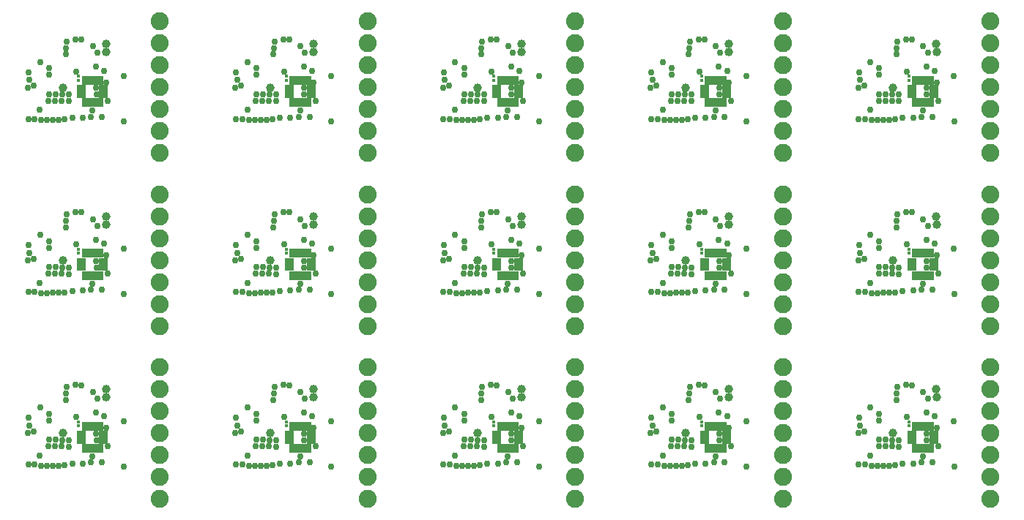
<source format=gbr>
G04 EAGLE Gerber X2 export*
%TF.Part,Single*%
%TF.FileFunction,Soldermask,Bot,1*%
%TF.FilePolarity,Negative*%
%TF.GenerationSoftware,Autodesk,EAGLE,8.7.1*%
%TF.CreationDate,2018-04-12T23:37:32Z*%
G75*
%MOMM*%
%FSLAX34Y34*%
%LPD*%
%AMOC8*
5,1,8,0,0,1.08239X$1,22.5*%
G01*
%ADD10R,0.453200X0.453200*%
%ADD11C,2.082800*%
%ADD12R,0.503200X1.128200*%
%ADD13R,1.003200X0.503200*%
%ADD14C,0.762000*%
%ADD15C,1.008000*%


D10*
X62375Y54163D03*
X62375Y49591D03*
D11*
X156400Y117800D03*
X156400Y92400D03*
X156400Y67000D03*
X156400Y41600D03*
X156400Y16200D03*
X156400Y-9200D03*
X156400Y-34600D03*
D12*
X68586Y49438D03*
X73586Y49438D03*
X78586Y49438D03*
X83586Y49438D03*
X88586Y49438D03*
D13*
X91336Y41563D03*
X91336Y36563D03*
X91336Y31563D03*
D12*
X88586Y23688D03*
X83586Y23688D03*
X78586Y23688D03*
X73586Y23688D03*
X68586Y23688D03*
D13*
X65836Y31563D03*
X65836Y36563D03*
X65836Y41563D03*
D10*
X302375Y54163D03*
X302375Y49591D03*
D11*
X396400Y117800D03*
X396400Y92400D03*
X396400Y67000D03*
X396400Y41600D03*
X396400Y16200D03*
X396400Y-9200D03*
X396400Y-34600D03*
D12*
X308586Y49438D03*
X313586Y49438D03*
X318586Y49438D03*
X323586Y49438D03*
X328586Y49438D03*
D13*
X331336Y41563D03*
X331336Y36563D03*
X331336Y31563D03*
D12*
X328586Y23688D03*
X323586Y23688D03*
X318586Y23688D03*
X313586Y23688D03*
X308586Y23688D03*
D13*
X305836Y31563D03*
X305836Y36563D03*
X305836Y41563D03*
D10*
X542375Y54163D03*
X542375Y49591D03*
D11*
X636400Y117800D03*
X636400Y92400D03*
X636400Y67000D03*
X636400Y41600D03*
X636400Y16200D03*
X636400Y-9200D03*
X636400Y-34600D03*
D12*
X548586Y49438D03*
X553586Y49438D03*
X558586Y49438D03*
X563586Y49438D03*
X568586Y49438D03*
D13*
X571336Y41563D03*
X571336Y36563D03*
X571336Y31563D03*
D12*
X568586Y23688D03*
X563586Y23688D03*
X558586Y23688D03*
X553586Y23688D03*
X548586Y23688D03*
D13*
X545836Y31563D03*
X545836Y36563D03*
X545836Y41563D03*
D10*
X782375Y54163D03*
X782375Y49591D03*
D11*
X876400Y117800D03*
X876400Y92400D03*
X876400Y67000D03*
X876400Y41600D03*
X876400Y16200D03*
X876400Y-9200D03*
X876400Y-34600D03*
D12*
X788586Y49438D03*
X793586Y49438D03*
X798586Y49438D03*
X803586Y49438D03*
X808586Y49438D03*
D13*
X811336Y41563D03*
X811336Y36563D03*
X811336Y31563D03*
D12*
X808586Y23688D03*
X803586Y23688D03*
X798586Y23688D03*
X793586Y23688D03*
X788586Y23688D03*
D13*
X785836Y31563D03*
X785836Y36563D03*
X785836Y41563D03*
D10*
X1022375Y54163D03*
X1022375Y49591D03*
D11*
X1116400Y117800D03*
X1116400Y92400D03*
X1116400Y67000D03*
X1116400Y41600D03*
X1116400Y16200D03*
X1116400Y-9200D03*
X1116400Y-34600D03*
D12*
X1028586Y49438D03*
X1033586Y49438D03*
X1038586Y49438D03*
X1043586Y49438D03*
X1048586Y49438D03*
D13*
X1051336Y41563D03*
X1051336Y36563D03*
X1051336Y31563D03*
D12*
X1048586Y23688D03*
X1043586Y23688D03*
X1038586Y23688D03*
X1033586Y23688D03*
X1028586Y23688D03*
D13*
X1025836Y31563D03*
X1025836Y36563D03*
X1025836Y41563D03*
D10*
X62375Y254163D03*
X62375Y249591D03*
D11*
X156400Y317800D03*
X156400Y292400D03*
X156400Y267000D03*
X156400Y241600D03*
X156400Y216200D03*
X156400Y190800D03*
X156400Y165400D03*
D12*
X68586Y249438D03*
X73586Y249438D03*
X78586Y249438D03*
X83586Y249438D03*
X88586Y249438D03*
D13*
X91336Y241563D03*
X91336Y236563D03*
X91336Y231563D03*
D12*
X88586Y223688D03*
X83586Y223688D03*
X78586Y223688D03*
X73586Y223688D03*
X68586Y223688D03*
D13*
X65836Y231563D03*
X65836Y236563D03*
X65836Y241563D03*
D10*
X302375Y254163D03*
X302375Y249591D03*
D11*
X396400Y317800D03*
X396400Y292400D03*
X396400Y267000D03*
X396400Y241600D03*
X396400Y216200D03*
X396400Y190800D03*
X396400Y165400D03*
D12*
X308586Y249438D03*
X313586Y249438D03*
X318586Y249438D03*
X323586Y249438D03*
X328586Y249438D03*
D13*
X331336Y241563D03*
X331336Y236563D03*
X331336Y231563D03*
D12*
X328586Y223688D03*
X323586Y223688D03*
X318586Y223688D03*
X313586Y223688D03*
X308586Y223688D03*
D13*
X305836Y231563D03*
X305836Y236563D03*
X305836Y241563D03*
D10*
X542375Y254163D03*
X542375Y249591D03*
D11*
X636400Y317800D03*
X636400Y292400D03*
X636400Y267000D03*
X636400Y241600D03*
X636400Y216200D03*
X636400Y190800D03*
X636400Y165400D03*
D12*
X548586Y249438D03*
X553586Y249438D03*
X558586Y249438D03*
X563586Y249438D03*
X568586Y249438D03*
D13*
X571336Y241563D03*
X571336Y236563D03*
X571336Y231563D03*
D12*
X568586Y223688D03*
X563586Y223688D03*
X558586Y223688D03*
X553586Y223688D03*
X548586Y223688D03*
D13*
X545836Y231563D03*
X545836Y236563D03*
X545836Y241563D03*
D10*
X782375Y254163D03*
X782375Y249591D03*
D11*
X876400Y317800D03*
X876400Y292400D03*
X876400Y267000D03*
X876400Y241600D03*
X876400Y216200D03*
X876400Y190800D03*
X876400Y165400D03*
D12*
X788586Y249438D03*
X793586Y249438D03*
X798586Y249438D03*
X803586Y249438D03*
X808586Y249438D03*
D13*
X811336Y241563D03*
X811336Y236563D03*
X811336Y231563D03*
D12*
X808586Y223688D03*
X803586Y223688D03*
X798586Y223688D03*
X793586Y223688D03*
X788586Y223688D03*
D13*
X785836Y231563D03*
X785836Y236563D03*
X785836Y241563D03*
D10*
X1022375Y254163D03*
X1022375Y249591D03*
D11*
X1116400Y317800D03*
X1116400Y292400D03*
X1116400Y267000D03*
X1116400Y241600D03*
X1116400Y216200D03*
X1116400Y190800D03*
X1116400Y165400D03*
D12*
X1028586Y249438D03*
X1033586Y249438D03*
X1038586Y249438D03*
X1043586Y249438D03*
X1048586Y249438D03*
D13*
X1051336Y241563D03*
X1051336Y236563D03*
X1051336Y231563D03*
D12*
X1048586Y223688D03*
X1043586Y223688D03*
X1038586Y223688D03*
X1033586Y223688D03*
X1028586Y223688D03*
D13*
X1025836Y231563D03*
X1025836Y236563D03*
X1025836Y241563D03*
D10*
X62375Y454163D03*
X62375Y449591D03*
D11*
X156400Y517800D03*
X156400Y492400D03*
X156400Y467000D03*
X156400Y441600D03*
X156400Y416200D03*
X156400Y390800D03*
X156400Y365400D03*
D12*
X68586Y449438D03*
X73586Y449438D03*
X78586Y449438D03*
X83586Y449438D03*
X88586Y449438D03*
D13*
X91336Y441563D03*
X91336Y436563D03*
X91336Y431563D03*
D12*
X88586Y423688D03*
X83586Y423688D03*
X78586Y423688D03*
X73586Y423688D03*
X68586Y423688D03*
D13*
X65836Y431563D03*
X65836Y436563D03*
X65836Y441563D03*
D10*
X302375Y454163D03*
X302375Y449591D03*
D11*
X396400Y517800D03*
X396400Y492400D03*
X396400Y467000D03*
X396400Y441600D03*
X396400Y416200D03*
X396400Y390800D03*
X396400Y365400D03*
D12*
X308586Y449438D03*
X313586Y449438D03*
X318586Y449438D03*
X323586Y449438D03*
X328586Y449438D03*
D13*
X331336Y441563D03*
X331336Y436563D03*
X331336Y431563D03*
D12*
X328586Y423688D03*
X323586Y423688D03*
X318586Y423688D03*
X313586Y423688D03*
X308586Y423688D03*
D13*
X305836Y431563D03*
X305836Y436563D03*
X305836Y441563D03*
D10*
X542375Y454163D03*
X542375Y449591D03*
D11*
X636400Y517800D03*
X636400Y492400D03*
X636400Y467000D03*
X636400Y441600D03*
X636400Y416200D03*
X636400Y390800D03*
X636400Y365400D03*
D12*
X548586Y449438D03*
X553586Y449438D03*
X558586Y449438D03*
X563586Y449438D03*
X568586Y449438D03*
D13*
X571336Y441563D03*
X571336Y436563D03*
X571336Y431563D03*
D12*
X568586Y423688D03*
X563586Y423688D03*
X558586Y423688D03*
X553586Y423688D03*
X548586Y423688D03*
D13*
X545836Y431563D03*
X545836Y436563D03*
X545836Y441563D03*
D10*
X782375Y454163D03*
X782375Y449591D03*
D11*
X876400Y517800D03*
X876400Y492400D03*
X876400Y467000D03*
X876400Y441600D03*
X876400Y416200D03*
X876400Y390800D03*
X876400Y365400D03*
D12*
X788586Y449438D03*
X793586Y449438D03*
X798586Y449438D03*
X803586Y449438D03*
X808586Y449438D03*
D13*
X811336Y441563D03*
X811336Y436563D03*
X811336Y431563D03*
D12*
X808586Y423688D03*
X803586Y423688D03*
X798586Y423688D03*
X793586Y423688D03*
X788586Y423688D03*
D13*
X785836Y431563D03*
X785836Y436563D03*
X785836Y441563D03*
D10*
X1022375Y454163D03*
X1022375Y449591D03*
D11*
X1116400Y517800D03*
X1116400Y492400D03*
X1116400Y467000D03*
X1116400Y441600D03*
X1116400Y416200D03*
X1116400Y390800D03*
X1116400Y365400D03*
D12*
X1028586Y449438D03*
X1033586Y449438D03*
X1038586Y449438D03*
X1043586Y449438D03*
X1048586Y449438D03*
D13*
X1051336Y441563D03*
X1051336Y436563D03*
X1051336Y431563D03*
D12*
X1048586Y423688D03*
X1043586Y423688D03*
X1038586Y423688D03*
X1033586Y423688D03*
X1028586Y423688D03*
D13*
X1025836Y431563D03*
X1025836Y436563D03*
X1025836Y441563D03*
D14*
X114300Y54864D03*
X82622Y40749D03*
X94150Y47127D03*
X96192Y25748D03*
X67056Y6096D03*
X82904Y32994D03*
X60000Y60000D03*
X76800Y7200D03*
X27432Y25908D03*
X35052Y25908D03*
X42672Y25908D03*
X39542Y3680D03*
X25826Y3491D03*
X19104Y3524D03*
X47523Y79564D03*
X47971Y86875D03*
X48895Y94447D03*
X4547Y59198D03*
D15*
X43981Y41019D03*
D14*
X3540Y40989D03*
X4155Y4794D03*
X50800Y25400D03*
X50800Y33020D03*
X43180Y33020D03*
X35560Y33500D03*
X27940Y33500D03*
X27940Y63500D03*
X27940Y55880D03*
D15*
X94250Y82682D03*
D14*
X17734Y70905D03*
X46400Y4242D03*
X32684Y3582D03*
D15*
X94000Y92000D03*
D14*
X78637Y14404D03*
X11613Y4900D03*
X17529Y15255D03*
X55000Y6000D03*
X89291Y7213D03*
X114428Y2076D03*
X78740Y88900D03*
X82526Y65278D03*
X10398Y43225D03*
X65834Y96753D03*
X5572Y49951D03*
X58976Y96869D03*
X84151Y81247D03*
X92187Y60921D03*
X354300Y54864D03*
X322622Y40749D03*
X334150Y47127D03*
X336192Y25748D03*
X307056Y6096D03*
X322904Y32994D03*
X300000Y60000D03*
X316800Y7200D03*
X267432Y25908D03*
X275052Y25908D03*
X282672Y25908D03*
X279542Y3680D03*
X265826Y3491D03*
X259104Y3524D03*
X287523Y79564D03*
X287971Y86875D03*
X288895Y94447D03*
X244547Y59198D03*
D15*
X283981Y41019D03*
D14*
X243540Y40989D03*
X244155Y4794D03*
X290800Y25400D03*
X290800Y33020D03*
X283180Y33020D03*
X275560Y33500D03*
X267940Y33500D03*
X267940Y63500D03*
X267940Y55880D03*
D15*
X334250Y82682D03*
D14*
X257734Y70905D03*
X286400Y4242D03*
X272684Y3582D03*
D15*
X334000Y92000D03*
D14*
X318637Y14404D03*
X251613Y4900D03*
X257529Y15255D03*
X295000Y6000D03*
X329291Y7213D03*
X354428Y2076D03*
X318740Y88900D03*
X322526Y65278D03*
X250398Y43225D03*
X305834Y96753D03*
X245572Y49951D03*
X298976Y96869D03*
X324151Y81247D03*
X332187Y60921D03*
X594300Y54864D03*
X562622Y40749D03*
X574150Y47127D03*
X576192Y25748D03*
X547056Y6096D03*
X562904Y32994D03*
X540000Y60000D03*
X556800Y7200D03*
X507432Y25908D03*
X515052Y25908D03*
X522672Y25908D03*
X519542Y3680D03*
X505826Y3491D03*
X499104Y3524D03*
X527523Y79564D03*
X527971Y86875D03*
X528895Y94447D03*
X484547Y59198D03*
D15*
X523981Y41019D03*
D14*
X483540Y40989D03*
X484155Y4794D03*
X530800Y25400D03*
X530800Y33020D03*
X523180Y33020D03*
X515560Y33500D03*
X507940Y33500D03*
X507940Y63500D03*
X507940Y55880D03*
D15*
X574250Y82682D03*
D14*
X497734Y70905D03*
X526400Y4242D03*
X512684Y3582D03*
D15*
X574000Y92000D03*
D14*
X558637Y14404D03*
X491613Y4900D03*
X497529Y15255D03*
X535000Y6000D03*
X569291Y7213D03*
X594428Y2076D03*
X558740Y88900D03*
X562526Y65278D03*
X490398Y43225D03*
X545834Y96753D03*
X485572Y49951D03*
X538976Y96869D03*
X564151Y81247D03*
X572187Y60921D03*
X834300Y54864D03*
X802622Y40749D03*
X814150Y47127D03*
X816192Y25748D03*
X787056Y6096D03*
X802904Y32994D03*
X780000Y60000D03*
X796800Y7200D03*
X747432Y25908D03*
X755052Y25908D03*
X762672Y25908D03*
X759542Y3680D03*
X745826Y3491D03*
X739104Y3524D03*
X767523Y79564D03*
X767971Y86875D03*
X768895Y94447D03*
X724547Y59198D03*
D15*
X763981Y41019D03*
D14*
X723540Y40989D03*
X724155Y4794D03*
X770800Y25400D03*
X770800Y33020D03*
X763180Y33020D03*
X755560Y33500D03*
X747940Y33500D03*
X747940Y63500D03*
X747940Y55880D03*
D15*
X814250Y82682D03*
D14*
X737734Y70905D03*
X766400Y4242D03*
X752684Y3582D03*
D15*
X814000Y92000D03*
D14*
X798637Y14404D03*
X731613Y4900D03*
X737529Y15255D03*
X775000Y6000D03*
X809291Y7213D03*
X834428Y2076D03*
X798740Y88900D03*
X802526Y65278D03*
X730398Y43225D03*
X785834Y96753D03*
X725572Y49951D03*
X778976Y96869D03*
X804151Y81247D03*
X812187Y60921D03*
X1074300Y54864D03*
X1042622Y40749D03*
X1054150Y47127D03*
X1056192Y25748D03*
X1027056Y6096D03*
X1042904Y32994D03*
X1020000Y60000D03*
X1036800Y7200D03*
X987432Y25908D03*
X995052Y25908D03*
X1002672Y25908D03*
X999542Y3680D03*
X985826Y3491D03*
X979104Y3524D03*
X1007523Y79564D03*
X1007971Y86875D03*
X1008895Y94447D03*
X964547Y59198D03*
D15*
X1003981Y41019D03*
D14*
X963540Y40989D03*
X964155Y4794D03*
X1010800Y25400D03*
X1010800Y33020D03*
X1003180Y33020D03*
X995560Y33500D03*
X987940Y33500D03*
X987940Y63500D03*
X987940Y55880D03*
D15*
X1054250Y82682D03*
D14*
X977734Y70905D03*
X1006400Y4242D03*
X992684Y3582D03*
D15*
X1054000Y92000D03*
D14*
X1038637Y14404D03*
X971613Y4900D03*
X977529Y15255D03*
X1015000Y6000D03*
X1049291Y7213D03*
X1074428Y2076D03*
X1038740Y88900D03*
X1042526Y65278D03*
X970398Y43225D03*
X1025834Y96753D03*
X965572Y49951D03*
X1018976Y96869D03*
X1044151Y81247D03*
X1052187Y60921D03*
X114300Y254864D03*
X82622Y240749D03*
X94150Y247127D03*
X96192Y225748D03*
X67056Y206096D03*
X82904Y232994D03*
X60000Y260000D03*
X76800Y207200D03*
X27432Y225908D03*
X35052Y225908D03*
X42672Y225908D03*
X39542Y203680D03*
X25826Y203491D03*
X19104Y203524D03*
X47523Y279564D03*
X47971Y286875D03*
X48895Y294447D03*
X4547Y259198D03*
D15*
X43981Y241019D03*
D14*
X3540Y240989D03*
X4155Y204794D03*
X50800Y225400D03*
X50800Y233020D03*
X43180Y233020D03*
X35560Y233500D03*
X27940Y233500D03*
X27940Y263500D03*
X27940Y255880D03*
D15*
X94250Y282682D03*
D14*
X17734Y270905D03*
X46400Y204242D03*
X32684Y203582D03*
D15*
X94000Y292000D03*
D14*
X78637Y214404D03*
X11613Y204900D03*
X17529Y215255D03*
X55000Y206000D03*
X89291Y207213D03*
X114428Y202076D03*
X78740Y288900D03*
X82526Y265278D03*
X10398Y243225D03*
X65834Y296753D03*
X5572Y249951D03*
X58976Y296869D03*
X84151Y281247D03*
X92187Y260921D03*
X354300Y254864D03*
X322622Y240749D03*
X334150Y247127D03*
X336192Y225748D03*
X307056Y206096D03*
X322904Y232994D03*
X300000Y260000D03*
X316800Y207200D03*
X267432Y225908D03*
X275052Y225908D03*
X282672Y225908D03*
X279542Y203680D03*
X265826Y203491D03*
X259104Y203524D03*
X287523Y279564D03*
X287971Y286875D03*
X288895Y294447D03*
X244547Y259198D03*
D15*
X283981Y241019D03*
D14*
X243540Y240989D03*
X244155Y204794D03*
X290800Y225400D03*
X290800Y233020D03*
X283180Y233020D03*
X275560Y233500D03*
X267940Y233500D03*
X267940Y263500D03*
X267940Y255880D03*
D15*
X334250Y282682D03*
D14*
X257734Y270905D03*
X286400Y204242D03*
X272684Y203582D03*
D15*
X334000Y292000D03*
D14*
X318637Y214404D03*
X251613Y204900D03*
X257529Y215255D03*
X295000Y206000D03*
X329291Y207213D03*
X354428Y202076D03*
X318740Y288900D03*
X322526Y265278D03*
X250398Y243225D03*
X305834Y296753D03*
X245572Y249951D03*
X298976Y296869D03*
X324151Y281247D03*
X332187Y260921D03*
X594300Y254864D03*
X562622Y240749D03*
X574150Y247127D03*
X576192Y225748D03*
X547056Y206096D03*
X562904Y232994D03*
X540000Y260000D03*
X556800Y207200D03*
X507432Y225908D03*
X515052Y225908D03*
X522672Y225908D03*
X519542Y203680D03*
X505826Y203491D03*
X499104Y203524D03*
X527523Y279564D03*
X527971Y286875D03*
X528895Y294447D03*
X484547Y259198D03*
D15*
X523981Y241019D03*
D14*
X483540Y240989D03*
X484155Y204794D03*
X530800Y225400D03*
X530800Y233020D03*
X523180Y233020D03*
X515560Y233500D03*
X507940Y233500D03*
X507940Y263500D03*
X507940Y255880D03*
D15*
X574250Y282682D03*
D14*
X497734Y270905D03*
X526400Y204242D03*
X512684Y203582D03*
D15*
X574000Y292000D03*
D14*
X558637Y214404D03*
X491613Y204900D03*
X497529Y215255D03*
X535000Y206000D03*
X569291Y207213D03*
X594428Y202076D03*
X558740Y288900D03*
X562526Y265278D03*
X490398Y243225D03*
X545834Y296753D03*
X485572Y249951D03*
X538976Y296869D03*
X564151Y281247D03*
X572187Y260921D03*
X834300Y254864D03*
X802622Y240749D03*
X814150Y247127D03*
X816192Y225748D03*
X787056Y206096D03*
X802904Y232994D03*
X780000Y260000D03*
X796800Y207200D03*
X747432Y225908D03*
X755052Y225908D03*
X762672Y225908D03*
X759542Y203680D03*
X745826Y203491D03*
X739104Y203524D03*
X767523Y279564D03*
X767971Y286875D03*
X768895Y294447D03*
X724547Y259198D03*
D15*
X763981Y241019D03*
D14*
X723540Y240989D03*
X724155Y204794D03*
X770800Y225400D03*
X770800Y233020D03*
X763180Y233020D03*
X755560Y233500D03*
X747940Y233500D03*
X747940Y263500D03*
X747940Y255880D03*
D15*
X814250Y282682D03*
D14*
X737734Y270905D03*
X766400Y204242D03*
X752684Y203582D03*
D15*
X814000Y292000D03*
D14*
X798637Y214404D03*
X731613Y204900D03*
X737529Y215255D03*
X775000Y206000D03*
X809291Y207213D03*
X834428Y202076D03*
X798740Y288900D03*
X802526Y265278D03*
X730398Y243225D03*
X785834Y296753D03*
X725572Y249951D03*
X778976Y296869D03*
X804151Y281247D03*
X812187Y260921D03*
X1074300Y254864D03*
X1042622Y240749D03*
X1054150Y247127D03*
X1056192Y225748D03*
X1027056Y206096D03*
X1042904Y232994D03*
X1020000Y260000D03*
X1036800Y207200D03*
X987432Y225908D03*
X995052Y225908D03*
X1002672Y225908D03*
X999542Y203680D03*
X985826Y203491D03*
X979104Y203524D03*
X1007523Y279564D03*
X1007971Y286875D03*
X1008895Y294447D03*
X964547Y259198D03*
D15*
X1003981Y241019D03*
D14*
X963540Y240989D03*
X964155Y204794D03*
X1010800Y225400D03*
X1010800Y233020D03*
X1003180Y233020D03*
X995560Y233500D03*
X987940Y233500D03*
X987940Y263500D03*
X987940Y255880D03*
D15*
X1054250Y282682D03*
D14*
X977734Y270905D03*
X1006400Y204242D03*
X992684Y203582D03*
D15*
X1054000Y292000D03*
D14*
X1038637Y214404D03*
X971613Y204900D03*
X977529Y215255D03*
X1015000Y206000D03*
X1049291Y207213D03*
X1074428Y202076D03*
X1038740Y288900D03*
X1042526Y265278D03*
X970398Y243225D03*
X1025834Y296753D03*
X965572Y249951D03*
X1018976Y296869D03*
X1044151Y281247D03*
X1052187Y260921D03*
X114300Y454864D03*
X82622Y440749D03*
X94150Y447127D03*
X96192Y425748D03*
X67056Y406096D03*
X82904Y432994D03*
X60000Y460000D03*
X76800Y407200D03*
X27432Y425908D03*
X35052Y425908D03*
X42672Y425908D03*
X39542Y403680D03*
X25826Y403491D03*
X19104Y403524D03*
X47523Y479564D03*
X47971Y486875D03*
X48895Y494447D03*
X4547Y459198D03*
D15*
X43981Y441019D03*
D14*
X3540Y440989D03*
X4155Y404794D03*
X50800Y425400D03*
X50800Y433020D03*
X43180Y433020D03*
X35560Y433500D03*
X27940Y433500D03*
X27940Y463500D03*
X27940Y455880D03*
D15*
X94250Y482682D03*
D14*
X17734Y470905D03*
X46400Y404242D03*
X32684Y403582D03*
D15*
X94000Y492000D03*
D14*
X78637Y414404D03*
X11613Y404900D03*
X17529Y415255D03*
X55000Y406000D03*
X89291Y407213D03*
X114428Y402076D03*
X78740Y488900D03*
X82526Y465278D03*
X10398Y443225D03*
X65834Y496753D03*
X5572Y449951D03*
X58976Y496869D03*
X84151Y481247D03*
X92187Y460921D03*
X354300Y454864D03*
X322622Y440749D03*
X334150Y447127D03*
X336192Y425748D03*
X307056Y406096D03*
X322904Y432994D03*
X300000Y460000D03*
X316800Y407200D03*
X267432Y425908D03*
X275052Y425908D03*
X282672Y425908D03*
X279542Y403680D03*
X265826Y403491D03*
X259104Y403524D03*
X287523Y479564D03*
X287971Y486875D03*
X288895Y494447D03*
X244547Y459198D03*
D15*
X283981Y441019D03*
D14*
X243540Y440989D03*
X244155Y404794D03*
X290800Y425400D03*
X290800Y433020D03*
X283180Y433020D03*
X275560Y433500D03*
X267940Y433500D03*
X267940Y463500D03*
X267940Y455880D03*
D15*
X334250Y482682D03*
D14*
X257734Y470905D03*
X286400Y404242D03*
X272684Y403582D03*
D15*
X334000Y492000D03*
D14*
X318637Y414404D03*
X251613Y404900D03*
X257529Y415255D03*
X295000Y406000D03*
X329291Y407213D03*
X354428Y402076D03*
X318740Y488900D03*
X322526Y465278D03*
X250398Y443225D03*
X305834Y496753D03*
X245572Y449951D03*
X298976Y496869D03*
X324151Y481247D03*
X332187Y460921D03*
X594300Y454864D03*
X562622Y440749D03*
X574150Y447127D03*
X576192Y425748D03*
X547056Y406096D03*
X562904Y432994D03*
X540000Y460000D03*
X556800Y407200D03*
X507432Y425908D03*
X515052Y425908D03*
X522672Y425908D03*
X519542Y403680D03*
X505826Y403491D03*
X499104Y403524D03*
X527523Y479564D03*
X527971Y486875D03*
X528895Y494447D03*
X484547Y459198D03*
D15*
X523981Y441019D03*
D14*
X483540Y440989D03*
X484155Y404794D03*
X530800Y425400D03*
X530800Y433020D03*
X523180Y433020D03*
X515560Y433500D03*
X507940Y433500D03*
X507940Y463500D03*
X507940Y455880D03*
D15*
X574250Y482682D03*
D14*
X497734Y470905D03*
X526400Y404242D03*
X512684Y403582D03*
D15*
X574000Y492000D03*
D14*
X558637Y414404D03*
X491613Y404900D03*
X497529Y415255D03*
X535000Y406000D03*
X569291Y407213D03*
X594428Y402076D03*
X558740Y488900D03*
X562526Y465278D03*
X490398Y443225D03*
X545834Y496753D03*
X485572Y449951D03*
X538976Y496869D03*
X564151Y481247D03*
X572187Y460921D03*
X834300Y454864D03*
X802622Y440749D03*
X814150Y447127D03*
X816192Y425748D03*
X787056Y406096D03*
X802904Y432994D03*
X780000Y460000D03*
X796800Y407200D03*
X747432Y425908D03*
X755052Y425908D03*
X762672Y425908D03*
X759542Y403680D03*
X745826Y403491D03*
X739104Y403524D03*
X767523Y479564D03*
X767971Y486875D03*
X768895Y494447D03*
X724547Y459198D03*
D15*
X763981Y441019D03*
D14*
X723540Y440989D03*
X724155Y404794D03*
X770800Y425400D03*
X770800Y433020D03*
X763180Y433020D03*
X755560Y433500D03*
X747940Y433500D03*
X747940Y463500D03*
X747940Y455880D03*
D15*
X814250Y482682D03*
D14*
X737734Y470905D03*
X766400Y404242D03*
X752684Y403582D03*
D15*
X814000Y492000D03*
D14*
X798637Y414404D03*
X731613Y404900D03*
X737529Y415255D03*
X775000Y406000D03*
X809291Y407213D03*
X834428Y402076D03*
X798740Y488900D03*
X802526Y465278D03*
X730398Y443225D03*
X785834Y496753D03*
X725572Y449951D03*
X778976Y496869D03*
X804151Y481247D03*
X812187Y460921D03*
X1074300Y454864D03*
X1042622Y440749D03*
X1054150Y447127D03*
X1056192Y425748D03*
X1027056Y406096D03*
X1042904Y432994D03*
X1020000Y460000D03*
X1036800Y407200D03*
X987432Y425908D03*
X995052Y425908D03*
X1002672Y425908D03*
X999542Y403680D03*
X985826Y403491D03*
X979104Y403524D03*
X1007523Y479564D03*
X1007971Y486875D03*
X1008895Y494447D03*
X964547Y459198D03*
D15*
X1003981Y441019D03*
D14*
X963540Y440989D03*
X964155Y404794D03*
X1010800Y425400D03*
X1010800Y433020D03*
X1003180Y433020D03*
X995560Y433500D03*
X987940Y433500D03*
X987940Y463500D03*
X987940Y455880D03*
D15*
X1054250Y482682D03*
D14*
X977734Y470905D03*
X1006400Y404242D03*
X992684Y403582D03*
D15*
X1054000Y492000D03*
D14*
X1038637Y414404D03*
X971613Y404900D03*
X977529Y415255D03*
X1015000Y406000D03*
X1049291Y407213D03*
X1074428Y402076D03*
X1038740Y488900D03*
X1042526Y465278D03*
X970398Y443225D03*
X1025834Y496753D03*
X965572Y449951D03*
X1018976Y496869D03*
X1044151Y481247D03*
X1052187Y460921D03*
M02*

</source>
